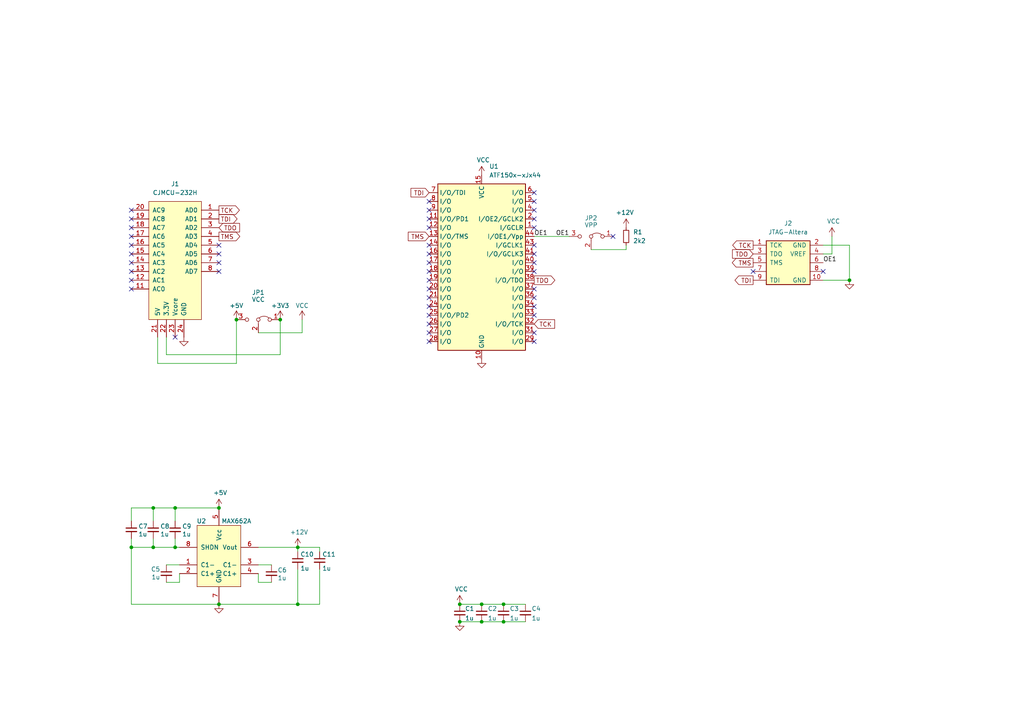
<source format=kicad_sch>
(kicad_sch (version 20231120) (generator "eeschema") (generator_version "8.0")
  (paper "A4")
  (title_block (title "FT232H-ATF150x") (date "2024-06-23") (rev "002") (company "Brian K. White") (comment 1 "CC-BY-SA") (comment 2 "github.com/bkw777/FT232H-ATF150x"))
  (lib_symbols
    (symbol "000_LOCAL:ATF150x-xJx44"
      (property "Reference" "U" (at -12.7 24.384 0))
      (property "Value" "ATF150x-xJx44" (at 1.524 24.892 0))
      (symbol "ATF150x-xJx44_0_1"
        (rectangle (start -12.7 22.86) (end 12.7 -25.4) (stroke (width 0.254)) (fill (type background)))
      )
      (symbol "ATF150x-xJx44_1_1"
        (pin input line (at 15.24 10.16 180) (length 2.54) (name "I/GCLR") (number "1"))
        (pin power_in line (at 0 -27.94 90) (length 2.54) (name "GND") (number "10"))
        (pin bidirectional line (at -15.24 12.7 0) (length 2.54) (name "I/O/PD1") (number "11"))
        (pin bidirectional line (at -15.24 10.16 0) (length 2.54) (name "I/O") (number "12"))
        (pin bidirectional line (at -15.24 7.62 0) (length 2.54) (name "I/O/TMS") (number "13"))
        (pin bidirectional line (at -15.24 5.08 0) (length 2.54) (name "I/O") (number "14"))
        (pin power_in line (at 0 25.4 270) (length 2.54) (name "VCC") (number "15"))
        (pin bidirectional line (at -15.24 2.54 0) (length 2.54) (name "I/O") (number "16"))
        (pin bidirectional line (at -15.24 0 0) (length 2.54) (name "I/O") (number "17"))
        (pin bidirectional line (at -15.24 -2.54 0) (length 2.54) (name "I/O") (number "18"))
        (pin bidirectional line (at -15.24 -5.08 0) (length 2.54) (name "I/O") (number "19"))
        (pin input line (at 15.24 12.7 180) (length 2.54) (name "I/OE2/GCLK2") (number "2"))
        (pin bidirectional line (at -15.24 -7.62 0) (length 2.54) (name "I/O") (number "20"))
        (pin bidirectional line (at -15.24 -10.16 0) (length 2.54) (name "I/O") (number "21"))
        (pin passive line (at 0 -27.94 90) (length 2.54) hide (name "GND") (number "22"))
        (pin passive line (at 0 25.4 270) (length 2.54) hide (name "VCC") (number "23"))
        (pin bidirectional line (at -15.24 -12.7 0) (length 2.54) (name "I/O") (number "24"))
        (pin bidirectional line (at -15.24 -15.24 0) (length 2.54) (name "I/O/PD2") (number "25"))
        (pin bidirectional line (at -15.24 -17.78 0) (length 2.54) (name "I/O") (number "26"))
        (pin bidirectional line (at -15.24 -20.32 0) (length 2.54) (name "I/O") (number "27"))
        (pin bidirectional line (at -15.24 -22.86 0) (length 2.54) (name "I/O") (number "28"))
        (pin bidirectional line (at 15.24 -22.86 180) (length 2.54) (name "I/O") (number "29"))
        (pin passive line (at 0 25.4 270) (length 2.54) hide (name "VCC") (number "3"))
        (pin passive line (at 0 -27.94 90) (length 2.54) hide (name "GND") (number "30"))
        (pin bidirectional line (at 15.24 -20.32 180) (length 2.54) (name "I/O") (number "31"))
        (pin bidirectional line (at 15.24 -17.78 180) (length 2.54) (name "I/O/TCK") (number "32"))
        (pin bidirectional line (at 15.24 -15.24 180) (length 2.54) (name "I/O") (number "33"))
        (pin bidirectional line (at 15.24 -12.7 180) (length 2.54) (name "I/O") (number "34"))
        (pin passive line (at 0 25.4 270) (length 2.54) hide (name "VCC") (number "35"))
        (pin bidirectional line (at 15.24 -10.16 180) (length 2.54) (name "I/O") (number "36"))
        (pin bidirectional line (at 15.24 -7.62 180) (length 2.54) (name "I/O") (number "37"))
        (pin bidirectional line (at 15.24 -5.08 180) (length 2.54) (name "I/O/TDO") (number "38"))
        (pin bidirectional line (at 15.24 -2.54 180) (length 2.54) (name "I/O") (number "39"))
        (pin bidirectional line (at 15.24 15.24 180) (length 2.54) (name "I/O") (number "4"))
        (pin bidirectional line (at 15.24 0 180) (length 2.54) (name "I/O") (number "40"))
        (pin bidirectional line (at 15.24 2.54 180) (length 2.54) (name "I/O/GCLK3") (number "41"))
        (pin passive line (at 0 -27.94 90) (length 2.54) hide (name "GND") (number "42"))
        (pin input line (at 15.24 5.08 180) (length 2.54) (name "I/GCLK1") (number "43"))
        (pin input line (at 15.24 7.62 180) (length 2.54) (name "I/OE1/Vpp") (number "44"))
        (pin bidirectional line (at 15.24 17.78 180) (length 2.54) (name "I/O") (number "5"))
        (pin bidirectional line (at 15.24 20.32 180) (length 2.54) (name "I/O") (number "6"))
        (pin bidirectional line (at -15.24 20.32 0) (length 2.54) (name "I/O/TDI") (number "7"))
        (pin bidirectional line (at -15.24 17.78 0) (length 2.54) (name "I/O") (number "8"))
        (pin bidirectional line (at -15.24 15.24 0) (length 2.54) (name "I/O") (number "9"))
      )
    )
    (symbol "000_LOCAL:C" (pin_numbers hide) (pin_names (offset 0.254) hide)
      (property "Reference" "C" (at 0.254 1.778 0))
      (property "Value" "C" (at 0.254 -2.032 0))
      (symbol "C_0_1"
        (polyline (pts (xy -1.524 -0.508) (xy 1.524 -0.508)) (stroke (width 0.3302)))
        (polyline (pts (xy -1.524 0.508) (xy 1.524 0.508)) (stroke (width 0.3048)))
      )
      (symbol "C_1_1"
        (pin passive line (at 0 2.54 270) (length 2.032) (name "~") (number "1"))
        (pin passive line (at 0 -2.54 90) (length 2.032) (name "~") (number "2"))
      )
    )
    (symbol "000_LOCAL:JTAG-Altera" (pin_names (offset 1.016))
      (property "Reference" "J" (at 0 10.16 0))
      (property "Value" "JTAG-Altera" (at 0 7.62 0))
      (symbol "JTAG-Altera_1_1"
        (rectangle (start -6.35 6.35) (end 6.35 -6.35) (stroke (width 0.254)) (fill (type background)))
        (pin passive line (at -10.16 5.08 0) (length 3.81) (name "TCK") (number "1"))
        (pin passive line (at 10.16 -5.08 180) (length 3.81) (name "GND") (number "10"))
        (pin passive line (at 10.16 5.08 180) (length 3.81) (name "GND") (number "2"))
        (pin passive line (at -10.16 2.54 0) (length 3.81) (name "TDO") (number "3"))
        (pin passive line (at 10.16 2.54 180) (length 3.81) (name "VREF") (number "4"))
        (pin passive line (at -10.16 0 0) (length 3.81) (name "TMS") (number "5"))
        (pin passive line (at 10.16 0 180) (length 3.81) (name "~") (number "6"))
        (pin passive line (at -10.16 -2.54 0) (length 3.81) (name "~") (number "7"))
        (pin passive line (at 10.16 -2.54 180) (length 3.81) (name "~") (number "8"))
        (pin passive line (at -10.16 -5.08 0) (length 3.81) (name "TDI") (number "9"))
      )
    )
    (symbol "000_LOCAL:Jumper_3_Bridged12" (pin_names (offset 0) hide) (exclude_from_sim yes) (in_bom no)
      (property "Reference" "JP" (at -2.54 -2.54 0))
      (property "Value" "Jumper_3_Bridged12" (at 0 2.794 0))
      (symbol "Jumper_3_Bridged12_0_0"
        (circle (center -3.302 0) (radius 0.508))
        (circle (center 0 0) (radius 0.508))
        (circle (center 3.302 0) (radius 0.508))
      )
      (symbol "Jumper_3_Bridged12_0_1"
        (arc (start -0.254 0.508) (mid -1.651 0.9912) (end -3.048 0.508))
        (polyline (pts (xy 0 -1.27) (xy 0 -0.508)))
      )
      (symbol "Jumper_3_Bridged12_1_1"
        (pin passive line (at -6.35 0 0) (length 2.54) (name "A") (number "1"))
        (pin passive line (at 0 -3.81 90) (length 2.54) (name "C") (number "2"))
        (pin passive line (at 6.35 0 180) (length 2.54) (name "B") (number "3"))
      )
    )
    (symbol "000_LOCAL:R" (pin_numbers hide) (pin_names (offset 0.254) hide)
      (property "Reference" "R" (at 0.762 0.508 0))
      (property "Value" "R" (at 0.762 -1.016 0))
      (symbol "R_0_1"
        (rectangle (start -0.762 1.778) (end 0.762 -1.778) (stroke (width 0.2032)))
      )
      (symbol "R_1_1"
        (pin passive line (at 0 2.54 270) (length 0.762) (name "~") (number "1"))
        (pin passive line (at 0 -2.54 90) (length 0.762) (name "~") (number "2"))
      )
    )
    (symbol "ATF2FT232HQ-rescue:+12V-power" (power) (pin_names (offset 0))
      (property "Value" "power_+12V" (at 0 3.556 0))
      (symbol "+12V-power_0_1"
        (polyline (pts (xy -0.762 1.27) (xy 0 2.54)))
        (polyline (pts (xy 0 0) (xy 0 2.54)))
        (polyline (pts (xy 0 2.54) (xy 0.762 1.27)))
      )
      (symbol "+12V-power_1_1"
        (pin power_in line (at 0 0 90) (length 0) hide (name "+12V") (number "1"))
      )
    )
    (symbol "ATF2FT232HQ-rescue:+3V3-power" (power) (pin_names (offset 0))
      (property "Value" "power_+3V3" (at 0 3.556 0))
      (symbol "+3V3-power_0_1"
        (polyline (pts (xy -0.762 1.27) (xy 0 2.54)))
        (polyline (pts (xy 0 0) (xy 0 2.54)))
        (polyline (pts (xy 0 2.54) (xy 0.762 1.27)))
      )
      (symbol "+3V3-power_1_1"
        (pin power_in line (at 0 0 90) (length 0) hide (name "+3V3") (number "1"))
      )
    )
    (symbol "ATF2FT232HQ-rescue:+5V-power" (power) (pin_names (offset 0))
      (property "Value" "power_+5V" (at 0 3.556 0))
      (symbol "+5V-power_0_1"
        (polyline (pts (xy -0.762 1.27) (xy 0 2.54)))
        (polyline (pts (xy 0 0) (xy 0 2.54)))
        (polyline (pts (xy 0 2.54) (xy 0.762 1.27)))
      )
      (symbol "+5V-power_1_1"
        (pin power_in line (at 0 0 90) (length 0) hide (name "+5V") (number "1"))
      )
    )
    (symbol "ATF2FT232HQ-rescue:GND-power" (power) (pin_names (offset 0))
      (property "Value" "power_GND" (at 0 -3.81 0))
      (symbol "GND-power_0_1"
        (polyline (pts (xy 0 0) (xy 0 -1.27) (xy 1.27 -1.27) (xy 0 -2.54) (xy -1.27 -1.27) (xy 0 -1.27)))
      )
      (symbol "GND-power_1_1"
        (pin power_in line (at 0 0 270) (length 0) hide (name "GND") (number "1"))
      )
    )
    (symbol "ATF2FT232HQ-rescue:VCC-power" (power) (pin_names (offset 0))
      (property "Value" "power_VCC" (at 0 3.81 0))
      (symbol "VCC-power_0_1"
        (polyline (pts (xy -0.762 1.27) (xy 0 2.54)))
        (polyline (pts (xy 0 0) (xy 0 2.54)))
        (polyline (pts (xy 0 2.54) (xy 0.762 1.27)))
      )
      (symbol "VCC-power_1_1"
        (pin power_in line (at 0 0 90) (length 0) hide (name "VCC") (number "1"))
      )
    )
    (symbol "CJMCU-232H_1" (pin_names (offset 1.016))
      (property "Reference" "J" (at 0 10.16 0))
      (property "Value" "CJMCU-232H" (at 0 7.62 0))
      (symbol "CJMCU-232H_1_1_1"
        (rectangle (start -7.62 5.08) (end 7.62 -29.21) (fill (type background)))
        (pin bidirectional line (at 12.7 2.54 180) (length 5.08) (name "AD0") (number "1"))
        (pin passive line (at 2.54 -34.29 90) (length 5.08) hide (name "GND") (number "10"))
        (pin bidirectional line (at -12.7 -20.32 0) (length 5.08) (name "AC0") (number "11"))
        (pin bidirectional line (at -12.7 -17.78 0) (length 5.08) (name "AC1") (number "12"))
        (pin bidirectional line (at -12.7 -15.24 0) (length 5.08) (name "AC2") (number "13"))
        (pin bidirectional line (at -12.7 -12.7 0) (length 5.08) (name "AC3") (number "14"))
        (pin bidirectional line (at -12.7 -10.16 0) (length 5.08) (name "AC4") (number "15"))
        (pin bidirectional line (at -12.7 -7.62 0) (length 5.08) (name "AC5") (number "16"))
        (pin bidirectional line (at -12.7 -5.08 0) (length 5.08) (name "AC6") (number "17"))
        (pin bidirectional line (at -12.7 -2.54 0) (length 5.08) (name "AC7") (number "18"))
        (pin bidirectional line (at -12.7 0 0) (length 5.08) (name "AC8") (number "19"))
        (pin bidirectional line (at 12.7 0 180) (length 5.08) (name "AD1") (number "2"))
        (pin bidirectional line (at -12.7 2.54 0) (length 5.08) (name "AC9") (number "20"))
        (pin power_out line (at -5.08 -34.29 90) (length 5.08) (name "5V") (number "21"))
        (pin power_out line (at -2.54 -34.29 90) (length 5.08) (name "3.3V") (number "22"))
        (pin power_out line (at 0 -34.29 90) (length 5.08) (name "Vcore") (number "23"))
        (pin power_out line (at 2.54 -34.29 90) (length 5.08) (name "GND") (number "24"))
        (pin bidirectional line (at 12.7 -2.54 180) (length 5.08) (name "AD2") (number "3"))
        (pin bidirectional line (at 12.7 -5.08 180) (length 5.08) (name "AD3") (number "4"))
        (pin bidirectional line (at 12.7 -7.62 180) (length 5.08) (name "AD4") (number "5"))
        (pin bidirectional line (at 12.7 -10.16 180) (length 5.08) (name "AD5") (number "6"))
        (pin bidirectional line (at 12.7 -12.7 180) (length 5.08) (name "AD6") (number "7"))
        (pin bidirectional line (at 12.7 -15.24 180) (length 5.08) (name "AD7") (number "8"))
        (pin passive line (at -5.08 -34.29 90) (length 5.08) hide (name "5V") (number "9"))
      )
    )
    (symbol "max662:MAX662A" (pin_names (offset 1.016))
      (property "Reference" "U" (at -5.08 11.43 0))
      (property "Value" "MAX662A" (at 0 3.81 0))
      (symbol "MAX662A_0_1"
        (rectangle (start 6.35 12.7) (end -6.35 -5.08) (fill (type background)))
      )
      (symbol "MAX662A_1_1"
        (pin passive line (at -11.43 1.27 0) (length 5.08) (name "C1-") (number "1"))
        (pin passive line (at -11.43 -1.27 0) (length 5.08) (name "C1+") (number "2"))
        (pin passive line (at 11.43 1.27 180) (length 5.08) (name "C1-") (number "3"))
        (pin passive line (at 11.43 -1.27 180) (length 5.08) (name "C1+") (number "4"))
        (pin power_in line (at 0 17.78 270) (length 5.08) (name "Vcc") (number "5"))
        (pin power_out line (at 11.43 6.35 180) (length 5.08) (name "Vout") (number "6"))
        (pin power_in line (at 0 -10.16 90) (length 5.08) (name "GND") (number "7"))
        (pin input line (at -11.43 6.35 0) (length 5.08) (name "SHDN") (number "8"))
      )
    )
  )
  (junction (at 50.8 147.32))
  (junction (at 86.36 158.75))
  (junction (at 63.5 147.32))
  (junction (at 50.8 158.75))
  (junction (at 133.35 175.26))
  (junction (at 133.35 180.34))
  (junction (at 86.36 175.26))
  (junction (at 63.5 175.26))
  (junction (at 68.58 92.71))
  (junction (at 146.05 175.26))
  (junction (at 139.7 180.34))
  (junction (at 38.1 158.75))
  (junction (at 44.45 147.32))
  (junction (at 139.7 175.26))
  (junction (at 146.05 180.34))
  (junction (at 81.28 92.71))
  (junction (at 246.38 81.28))
  (junction (at 44.45 158.75))
  (no_connect (at 124.46 93.98))
  (no_connect (at 50.8 97.79))
  (no_connect (at 154.94 99.06))
  (no_connect (at 124.46 58.42))
  (no_connect (at 124.46 83.82))
  (no_connect (at 154.94 66.04))
  (no_connect (at 124.46 99.06))
  (no_connect (at 154.94 63.5))
  (no_connect (at 218.44 78.74))
  (no_connect (at 124.46 81.28))
  (no_connect (at 154.94 86.36))
  (no_connect (at 38.1 66.04))
  (no_connect (at 238.76 78.74))
  (no_connect (at 124.46 60.96))
  (no_connect (at 63.5 78.74))
  (no_connect (at 38.1 78.74))
  (no_connect (at 38.1 76.2))
  (no_connect (at 124.46 96.52))
  (no_connect (at 177.8 68.58))
  (no_connect (at 124.46 88.9))
  (no_connect (at 124.46 78.74))
  (no_connect (at 63.5 76.2))
  (no_connect (at 154.94 55.88))
  (no_connect (at 38.1 73.66))
  (no_connect (at 154.94 78.74))
  (no_connect (at 63.5 73.66))
  (no_connect (at 63.5 71.12))
  (no_connect (at 38.1 81.28))
  (no_connect (at 124.46 86.36))
  (no_connect (at 38.1 83.82))
  (no_connect (at 38.1 68.58))
  (no_connect (at 124.46 66.04))
  (no_connect (at 124.46 73.66))
  (no_connect (at 124.46 76.2))
  (no_connect (at 124.46 63.5))
  (no_connect (at 154.94 60.96))
  (no_connect (at 154.94 76.2))
  (no_connect (at 124.46 71.12))
  (no_connect (at 154.94 83.82))
  (no_connect (at 154.94 58.42))
  (no_connect (at 154.94 96.52))
  (no_connect (at 154.94 88.9))
  (no_connect (at 124.46 91.44))
  (no_connect (at 38.1 60.96))
  (no_connect (at 38.1 71.12))
  (no_connect (at 154.94 91.44))
  (no_connect (at 38.1 63.5))
  (no_connect (at 154.94 71.12))
  (no_connect (at 154.94 73.66))
  (wire (pts (xy 48.26 102.87) (xy 48.26 97.79)))
  (wire (pts (xy 246.38 71.12) (xy 246.38 81.28)))
  (wire (pts (xy 48.26 102.87) (xy 81.28 102.87)))
  (wire (pts (xy 92.71 175.26) (xy 92.71 165.1)))
  (wire (pts (xy 86.36 158.75) (xy 92.71 158.75)))
  (wire (pts (xy 86.36 165.1) (xy 86.36 175.26)))
  (wire (pts (xy 133.35 180.34) (xy 139.7 180.34)))
  (wire (pts (xy 181.61 72.39) (xy 171.45 72.39)))
  (wire (pts (xy 238.76 71.12) (xy 246.38 71.12)))
  (wire (pts (xy 38.1 156.21) (xy 38.1 158.75)))
  (wire (pts (xy 86.36 160.02) (xy 86.36 158.75)))
  (wire (pts (xy 38.1 175.26) (xy 63.5 175.26)))
  (wire (pts (xy 181.61 71.12) (xy 181.61 72.39)))
  (wire (pts (xy 133.35 175.26) (xy 139.7 175.26)))
  (wire (pts (xy 50.8 158.75) (xy 52.07 158.75)))
  (wire (pts (xy 44.45 156.21) (xy 44.45 158.75)))
  (wire (pts (xy 50.8 147.32) (xy 44.45 147.32)))
  (wire (pts (xy 146.05 180.34) (xy 152.4 180.34)))
  (wire (pts (xy 38.1 147.32) (xy 38.1 151.13)))
  (wire (pts (xy 139.7 180.34) (xy 146.05 180.34)))
  (wire (pts (xy 74.93 166.37) (xy 74.93 168.91)))
  (wire (pts (xy 238.76 81.28) (xy 246.38 81.28)))
  (wire (pts (xy 50.8 156.21) (xy 50.8 158.75)))
  (wire (pts (xy 48.26 163.83) (xy 52.07 163.83)))
  (wire (pts (xy 68.58 105.41) (xy 68.58 92.71)))
  (wire (pts (xy 165.1 68.58) (xy 154.94 68.58)))
  (wire (pts (xy 45.72 105.41) (xy 45.72 97.79)))
  (wire (pts (xy 38.1 158.75) (xy 38.1 175.26)))
  (wire (pts (xy 44.45 147.32) (xy 38.1 147.32)))
  (wire (pts (xy 44.45 158.75) (xy 50.8 158.75)))
  (wire (pts (xy 86.36 175.26) (xy 92.71 175.26)))
  (wire (pts (xy 74.93 158.75) (xy 86.36 158.75)))
  (wire (pts (xy 87.63 92.71) (xy 87.63 96.52)))
  (wire (pts (xy 81.28 92.71) (xy 81.28 102.87)))
  (wire (pts (xy 52.07 168.91) (xy 52.07 166.37)))
  (wire (pts (xy 74.93 163.83) (xy 78.74 163.83)))
  (wire (pts (xy 241.3 68.58) (xy 241.3 73.66)))
  (wire (pts (xy 241.3 73.66) (xy 238.76 73.66)))
  (wire (pts (xy 74.93 168.91) (xy 78.74 168.91)))
  (wire (pts (xy 50.8 147.32) (xy 50.8 151.13)))
  (wire (pts (xy 92.71 158.75) (xy 92.71 160.02)))
  (wire (pts (xy 45.72 105.41) (xy 68.58 105.41)))
  (wire (pts (xy 146.05 175.26) (xy 152.4 175.26)))
  (wire (pts (xy 44.45 147.32) (xy 44.45 151.13)))
  (wire (pts (xy 74.93 96.52) (xy 87.63 96.52)))
  (wire (pts (xy 63.5 175.26) (xy 86.36 175.26)))
  (wire (pts (xy 139.7 175.26) (xy 146.05 175.26)))
  (wire (pts (xy 63.5 147.32) (xy 50.8 147.32)))
  (wire (pts (xy 38.1 158.75) (xy 44.45 158.75)))
  (wire (pts (xy 48.26 168.91) (xy 52.07 168.91)))
  (label "OE1" (at 165.1 68.58 180))
  (label "OE1" (at 154.94 68.58 0))
  (label "OE1" (at 238.76 76.2 0))
  (global_label "TCK" (shape output) (at 63.5 60.96 0) (property "Intersheetrefs" "${INTERSHEET_REFS}" (effects (hide yes))))
  (global_label "TDO" (shape input) (at 218.44 73.66 180) (property "Intersheetrefs" "${INTERSHEET_REFS}" (effects (hide yes))))
  (global_label "TCK" (shape output) (at 218.44 71.12 180) (property "Intersheetrefs" "${INTERSHEET_REFS}" (effects (hide yes))))
  (global_label "TDI" (shape output) (at 218.44 81.28 180) (property "Intersheetrefs" "${INTERSHEET_REFS}" (effects (hide yes))))
  (global_label "TDI" (shape output) (at 63.5 63.5 0) (property "Intersheetrefs" "${INTERSHEET_REFS}" (effects (hide yes))))
  (global_label "TMS" (shape output) (at 63.5 68.58 0) (property "Intersheetrefs" "${INTERSHEET_REFS}" (effects (hide yes))))
  (global_label "TCK" (shape input) (at 154.94 93.98 0) (property "Intersheetrefs" "${INTERSHEET_REFS}" (effects (hide yes))))
  (global_label "TMS" (shape input) (at 124.46 68.58 180) (property "Intersheetrefs" "${INTERSHEET_REFS}" (effects (hide yes))))
  (global_label "TMS" (shape output) (at 218.44 76.2 180) (property "Intersheetrefs" "${INTERSHEET_REFS}" (effects (hide yes))))
  (global_label "TDI" (shape input) (at 124.46 55.88 180) (property "Intersheetrefs" "${INTERSHEET_REFS}" (effects (hide yes))))
  (global_label "TDO" (shape output) (at 154.94 81.28 0) (property "Intersheetrefs" "${INTERSHEET_REFS}" (effects (hide yes))))
  (global_label "TDO" (shape input) (at 63.5 66.04 0) (property "Intersheetrefs" "${INTERSHEET_REFS}" (effects (hide yes))))
  (symbol (lib_id "ATF2FT232HQ-rescue:GND-power") (at 53.34 97.79 0) (unit 1)
    (property "Reference" "#PWR0101" (effects (hide yes)))
    (property "Value" "GND" (effects (hide yes)))
  )
  (symbol (lib_id "ATF2FT232HQ-rescue:+3V3-power") (at 81.28 92.71 0) (unit 1)
    (property "Reference" "#PWR0103" (effects (hide yes)))
    (property "Value" "+3V3" (at 81.28 88.646 0))
  )
  (symbol (lib_id "ATF2FT232HQ-rescue:+5V-power") (at 68.58 92.71 0) (unit 1)
    (property "Reference" "#PWR0104" (effects (hide yes)))
    (property "Value" "+5V" (at 68.58 88.646 0))
  )
  (symbol (lib_id "000_LOCAL:C") (at 133.35 177.8 0) (unit 1)
    (property "Reference" "C1" (at 134.874 176.53 0) (effects (justify left)))
    (property "Value" "1u" (at 134.874 179.324 0) (effects (justify left)))
    (property "Footprint" "000_LOCAL:C_0805" (effects (hide yes)))
    (property "Description" "Unpolarized capacitor, small symbol" (effects (hide yes)))
  )
  (symbol (lib_id "max662:MAX662A") (at 63.5 165.1 0) (unit 1)
    (property "Reference" "U2" (at 58.42 151.13 0))
    (property "Value" "MAX662A" (at 68.58 151.13 0))
    (property "Footprint" "000_LOCAL:SOIC-8" (effects (hide yes)))
  )
  (symbol (lib_id "000_LOCAL:C") (at 48.26 166.37 0) (unit 1)
    (property "Reference" "C5" (at 46.482 165.1 0) (effects (justify right)))
    (property "Value" "1u" (at 46.482 167.386 0) (effects (justify right)))
    (property "Footprint" "000_LOCAL:C_0805" (effects (hide yes)))
    (property "Description" "Unpolarized capacitor, small symbol" (effects (hide yes)))
  )
  (symbol (lib_id "ATF2FT232HQ-rescue:VCC-power") (at 241.3 68.58 0) (unit 1)
    (property "Reference" "#PWR0116" (effects (hide yes)))
    (property "Value" "VCC" (at 241.7572 64.1858 0))
  )
  (symbol (lib_id "ATF2FT232HQ-rescue:+12V-power") (at 86.36 158.75 0) (unit 1)
    (property "Reference" "#PWR0109" (effects (hide yes)))
    (property "Value" "+12V" (at 86.741 154.3558 0))
  )
  (symbol (lib_id "ATF2FT232HQ-rescue:+5V-power") (at 63.5 147.32 0) (unit 1)
    (property "Reference" "#PWR0110" (effects (hide yes)))
    (property "Value" "+5V" (at 63.881 142.9258 0))
  )
  (symbol (lib_id "ATF2FT232HQ-rescue:VCC-power") (at 87.63 92.71 0) (unit 1)
    (property "Reference" "#PWR0114" (effects (hide yes)))
    (property "Value" "VCC" (at 87.63 88.646 0))
  )
  (symbol (lib_id "ATF2FT232HQ-rescue:GND-power") (at 246.38 81.28 0) (unit 1)
    (property "Reference" "#PWR03" (effects (hide yes)))
    (property "Value" "GND" (effects (hide yes)))
  )
  (symbol (lib_id "000_LOCAL:C") (at 146.05 177.8 0) (unit 1)
    (property "Reference" "C3" (at 147.828 176.53 0) (effects (justify left)))
    (property "Value" "1u" (at 147.828 179.324 0) (effects (justify left)))
    (property "Footprint" "000_LOCAL:C_0805" (effects (hide yes)))
    (property "Description" "Unpolarized capacitor, small symbol" (effects (hide yes)))
  )
  (symbol (lib_id "ATF2FT232HQ-rescue:+12V-power") (at 181.61 66.04 0) (mirror y) (unit 1)
    (property "Reference" "#PWR04" (effects (hide yes)))
    (property "Value" "+12V" (at 181.229 61.6458 0))
  )
  (symbol (lib_id "000_LOCAL:C") (at 152.4 177.8 0) (unit 1)
    (property "Reference" "C4" (at 154.178 176.53 0) (effects (justify left)))
    (property "Value" "1u" (at 154.178 179.324 0) (effects (justify left)))
    (property "Footprint" "000_LOCAL:C_0805" (effects (hide yes)))
    (property "Description" "Unpolarized capacitor, small symbol" (effects (hide yes)))
  )
  (symbol (lib_id "000_LOCAL:Jumper_3_Bridged12") (at 74.93 92.71 0) (mirror y) (unit 1) (exclude_from_sim yes) (in_bom no)
    (property "Reference" "JP1" (at 74.93 84.836 0))
    (property "Value" "VCC" (at 74.93 86.868 0))
    (property "Footprint" "000_LOCAL:PinHeader_1x03_P2.54mm_Vertical" (effects (hide yes)))
    (property "Description" "Jumper, 3-pole, pins 1+2 closed/bridged" (effects (hide yes)))
  )
  (symbol (lib_id "000_LOCAL:R") (at 181.61 68.58 0) (mirror y) (unit 1)
    (property "Reference" "R1" (at 183.642 67.31 0) (effects (justify right)))
    (property "Value" "2k2" (at 183.642 69.85 0) (effects (justify right)))
    (property "Footprint" "000_LOCAL:R_0805" (effects (hide yes)))
    (property "Description" "Resistor, small symbol" (effects (hide yes)))
  )
  (symbol (lib_id "ATF2FT232HQ-rescue:GND-power") (at 139.7 104.14 0) (unit 1)
    (property "Reference" "#PWR07" (effects (hide yes)))
    (property "Value" "GND" (effects (hide yes)))
  )
  (symbol (lib_id "000_LOCAL:C") (at 139.7 177.8 0) (unit 1)
    (property "Reference" "C2" (at 141.478 176.53 0) (effects (justify left)))
    (property "Value" "1u" (at 141.478 179.324 0) (effects (justify left)))
    (property "Footprint" "000_LOCAL:C_0805" (effects (hide yes)))
    (property "Description" "Unpolarized capacitor, small symbol" (effects (hide yes)))
  )
  (symbol (lib_id "000_LOCAL:Jumper_3_Bridged12") (at 171.45 68.58 0) (mirror y) (unit 1) (exclude_from_sim yes) (in_bom no)
    (property "Reference" "JP2" (at 171.45 63.246 0))
    (property "Value" "VPP" (at 171.45 65.278 0))
    (property "Footprint" "000_LOCAL:PinHeader_1x03_P2.54mm_Vertical" (effects (hide yes)))
    (property "Description" "Jumper, 3-pole, pins 1+2 closed/bridged" (effects (hide yes)))
  )
  (symbol (lib_id "ATF2FT232HQ-rescue:GND-power") (at 133.35 180.34 0) (unit 1)
    (property "Reference" "#PWR06" (effects (hide yes)))
    (property "Value" "GND" (effects (hide yes)))
  )
  (symbol (lib_id "ATF2FT232HQ-rescue:VCC-power") (at 139.7 50.8 0) (unit 1)
    (property "Reference" "#PWR08" (effects (hide yes)))
    (property "Value" "VCC" (at 140.1572 46.4058 0))
  )
  (symbol (lib_id "000_LOCAL:C") (at 50.8 153.67 0) (unit 1)
    (property "Reference" "C9" (at 52.832 152.654 0) (effects (justify left)))
    (property "Value" "1u" (at 52.832 154.94 0) (effects (justify left)))
    (property "Footprint" "000_LOCAL:C_0805" (effects (hide yes)))
    (property "Description" "Unpolarized capacitor, small symbol" (effects (hide yes)))
  )
  (symbol (lib_name "CJMCU-232H_1") (lib_id "000_LOCAL:CJMCU-232H") (at 50.8 63.5 0) (unit 1)
    (property "Reference" "J1" (at 50.8 53.34 0))
    (property "Value" "CJMCU-232H" (at 50.8 55.88 0))
    (property "Footprint" "000_LOCAL:CJMCU-232H" (effects (hide yes)))
  )
  (symbol (lib_id "000_LOCAL:C") (at 78.74 166.37 0) (unit 1)
    (property "Reference" "C6" (at 80.518 165.354 0) (effects (justify left)))
    (property "Value" "1u" (at 80.518 167.64 0) (effects (justify left)))
    (property "Footprint" "000_LOCAL:C_0805" (effects (hide yes)))
    (property "Description" "Unpolarized capacitor, small symbol" (effects (hide yes)))
  )
  (symbol (lib_id "000_LOCAL:C") (at 44.45 153.67 0) (unit 1)
    (property "Reference" "C8" (at 46.482 152.654 0) (effects (justify left)))
    (property "Value" "1u" (at 46.482 154.94 0) (effects (justify left)))
    (property "Footprint" "000_LOCAL:C_0805" (effects (hide yes)))
    (property "Description" "Unpolarized capacitor, small symbol" (effects (hide yes)))
  )
  (symbol (lib_id "000_LOCAL:JTAG-Altera") (at 228.6 76.2 0) (unit 1)
    (property "Reference" "J2" (at 228.6 64.77 0))
    (property "Value" "JTAG-Altera" (at 228.6 67.31 0))
    (property "Footprint" "000_LOCAL:IDC-Header_2x05_P2.54mm_Vertical" (effects (hide yes)))
    (property "Description" "Generic connector, double row, 02x05, odd/even pin numbering scheme (row 1 odd numbers, row 2 even numbers), script generated (kicad-library-utils/schlib/autogen/connector/)" (effects (hide yes)))
  )
  (symbol (lib_id "000_LOCAL:ATF150x-xJx44") (at 139.7 76.2 0) (unit 1)
    (property "Reference" "U1" (at 141.8941 48.26 0) (effects (justify left)))
    (property "Value" "ATF150x-xJx44" (at 141.8941 50.8 0) (effects (justify left)))
    (property "Footprint" "000_LOCAL:PLCC-44_THT-Socket" (effects (hide yes)))
    (property "Datasheet" "datasheets/ATF1504AS.pdf" (effects (hide yes)))
    (property "Description" "Microchip CPLD, 32/64 Macrocell, PLCC-44, 1V8, 3V3, 5V" (effects (hide yes)))
  )
  (symbol (lib_id "ATF2FT232HQ-rescue:VCC-power") (at 133.35 175.26 0) (unit 1)
    (property "Reference" "#PWR05" (effects (hide yes)))
    (property "Value" "VCC" (at 133.8072 170.8658 0))
  )
  (symbol (lib_id "000_LOCAL:C") (at 38.1 153.67 0) (unit 1)
    (property "Reference" "C7" (at 40.132 152.654 0) (effects (justify left)))
    (property "Value" "1u" (at 40.132 154.94 0) (effects (justify left)))
    (property "Footprint" "000_LOCAL:C_0805" (effects (hide yes)))
    (property "Description" "Unpolarized capacitor, small symbol" (effects (hide yes)))
  )
  (symbol (lib_id "000_LOCAL:C") (at 86.36 162.56 0) (unit 1)
    (property "Reference" "C10" (at 87.122 160.782 0) (effects (justify left)))
    (property "Value" "1u" (at 87.122 164.846 0) (effects (justify left)))
    (property "Footprint" "000_LOCAL:C_0805" (effects (hide yes)))
    (property "Description" "Unpolarized capacitor, small symbol" (effects (hide yes)))
  )
  (symbol (lib_id "000_LOCAL:C") (at 92.71 162.56 0) (unit 1)
    (property "Reference" "C11" (at 93.472 160.782 0) (effects (justify left)))
    (property "Value" "1u" (at 93.472 164.846 0) (effects (justify left)))
    (property "Footprint" "000_LOCAL:C_0805" (effects (hide yes)))
    (property "Description" "Unpolarized capacitor, small symbol" (effects (hide yes)))
  )
  (symbol (lib_id "ATF2FT232HQ-rescue:GND-power") (at 63.5 175.26 0) (unit 1)
    (property "Reference" "#PWR01" (effects (hide yes)))
    (property "Value" "GND" (effects (hide yes)))
  )
)
</source>
